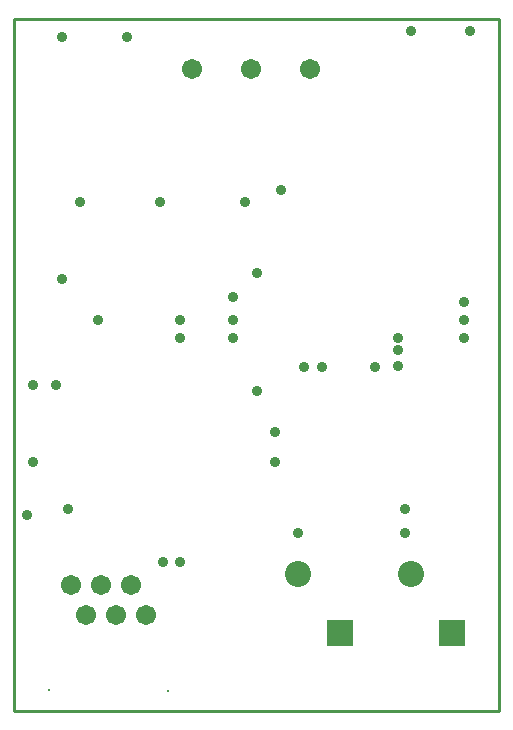
<source format=gbs>
%FSLAX44Y44*%
%MOMM*%
G71*
G01*
G75*
G04 Layer_Color=16711935*
%ADD10R,0.3000X1.5000*%
%ADD11R,1.5000X0.3000*%
%ADD12R,5.5000X2.0000*%
%ADD13R,1.6800X1.5200*%
%ADD14R,1.1000X1.0000*%
%ADD15R,1.0000X1.1000*%
%ADD16R,1.5000X1.3000*%
%ADD17R,1.3000X1.5000*%
%ADD18R,2.0000X1.2000*%
%ADD19R,5.6000X5.6000*%
%ADD20C,0.2540*%
%ADD21C,1.0000*%
%ADD22C,1.5000*%
%ADD23R,2.0000X2.0000*%
%ADD24C,2.0000*%
%ADD25C,0.7000*%
%ADD26C,0.2000*%
%ADD27C,0.1000*%
%ADD28R,0.7620X0.5080*%
%ADD29R,0.5032X1.7032*%
%ADD30R,1.7032X0.5032*%
%ADD31R,5.7032X2.2032*%
%ADD32R,1.8832X1.7232*%
%ADD33R,1.3032X1.2032*%
%ADD34R,1.2032X1.3032*%
%ADD35R,1.7032X1.5032*%
%ADD36R,1.5032X1.7032*%
%ADD37R,2.2032X1.4032*%
%ADD38R,5.8032X5.8032*%
%ADD39C,1.7032*%
%ADD40R,2.2032X2.2032*%
%ADD41C,2.2032*%
%ADD42C,0.2032*%
%ADD43C,0.9032*%
D20*
X0Y0D02*
Y586000D01*
Y0D02*
X411000D01*
Y586000D01*
X0D02*
X411000D01*
D39*
X251000Y543500D02*
D03*
X201000D02*
D03*
X151000D02*
D03*
X48300Y106400D02*
D03*
X99100D02*
D03*
X73700D02*
D03*
X86400Y81000D02*
D03*
X111800D02*
D03*
X61000D02*
D03*
D40*
X371000Y66000D02*
D03*
X276000D02*
D03*
D41*
X336000Y116000D02*
D03*
X241000D02*
D03*
D42*
X130900Y17400D02*
D03*
X29500Y17500D02*
D03*
D43*
X226000Y441000D02*
D03*
X141000Y316000D02*
D03*
X16000Y211000D02*
D03*
X11000Y166000D02*
D03*
X141000Y126000D02*
D03*
X206000Y271000D02*
D03*
X141000Y331000D02*
D03*
X306000Y291000D02*
D03*
X325000Y292000D02*
D03*
X381000Y316000D02*
D03*
X386000Y576000D02*
D03*
X41000Y571000D02*
D03*
X96000D02*
D03*
X336000Y576000D02*
D03*
X246000Y291000D02*
D03*
X261000D02*
D03*
X186000Y331000D02*
D03*
Y316000D02*
D03*
X36000Y276000D02*
D03*
X16000D02*
D03*
X46000Y171000D02*
D03*
X221000Y236000D02*
D03*
Y211000D02*
D03*
X241000Y151000D02*
D03*
X126000Y126000D02*
D03*
X186000Y351000D02*
D03*
X206000Y371000D02*
D03*
X196000Y431000D02*
D03*
X56000D02*
D03*
X41000Y366000D02*
D03*
X71000Y331000D02*
D03*
X123500Y431000D02*
D03*
X381000Y331000D02*
D03*
Y346000D02*
D03*
X325000Y306000D02*
D03*
Y316000D02*
D03*
X331000Y151000D02*
D03*
Y171000D02*
D03*
M02*

</source>
